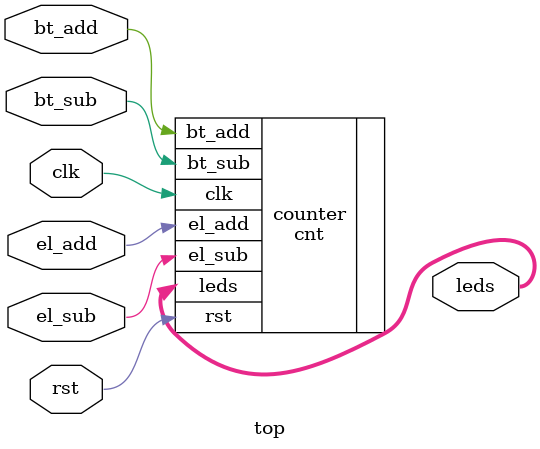
<source format=sv>
`timescale 1ns / 1ps


module top(
    input clk,
    input rst,
    input bt_add,
    input bt_sub,
    input el_add,
    input el_sub,
    output [7:0] leds
    );
    
    cnt counter(.clk(clk), .rst(rst), .bt_add(bt_add), .bt_sub(bt_sub), .el_add(el_add), .el_sub(el_sub), .leds(leds));
    
endmodule

</source>
